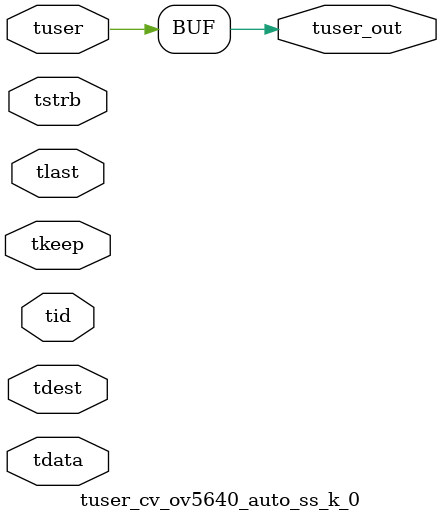
<source format=v>


`timescale 1ps/1ps

module tuser_cv_ov5640_auto_ss_k_0 #
(
parameter C_S_AXIS_TUSER_WIDTH = 1,
parameter C_S_AXIS_TDATA_WIDTH = 32,
parameter C_S_AXIS_TID_WIDTH   = 0,
parameter C_S_AXIS_TDEST_WIDTH = 0,
parameter C_M_AXIS_TUSER_WIDTH = 1
)
(
input  [(C_S_AXIS_TUSER_WIDTH == 0 ? 1 : C_S_AXIS_TUSER_WIDTH)-1:0     ] tuser,
input  [(C_S_AXIS_TDATA_WIDTH == 0 ? 1 : C_S_AXIS_TDATA_WIDTH)-1:0     ] tdata,
input  [(C_S_AXIS_TID_WIDTH   == 0 ? 1 : C_S_AXIS_TID_WIDTH)-1:0       ] tid,
input  [(C_S_AXIS_TDEST_WIDTH == 0 ? 1 : C_S_AXIS_TDEST_WIDTH)-1:0     ] tdest,
input  [(C_S_AXIS_TDATA_WIDTH/8)-1:0 ] tkeep,
input  [(C_S_AXIS_TDATA_WIDTH/8)-1:0 ] tstrb,
input                                                                    tlast,
output [C_M_AXIS_TUSER_WIDTH-1:0] tuser_out
);

assign tuser_out = {tuser[0:0]};

endmodule


</source>
